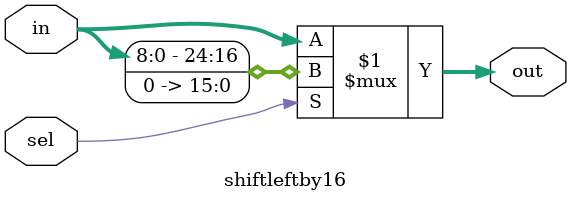
<source format=sv>

module shiftleft(out,in,sel);
output	[24:0]out;
input   [24:0]in;
input   [4:0]sel;

logic	[24:0]s4,s3,s2,s1;

shiftleftby16	stage4(s4,in,sel[4]);
shiftleftby8	stage3(s3,s4,sel[3]);
shiftleftby4	stage2(s2,s3,sel[2]);
shiftleftby2	stage1(s1,s2,sel[1]);
shiftleftby1	stage0(out,s1,sel[0]);

endmodule

module shiftleftby1(out,in,sel);
output	[24:0]out;
input   [24:0]in;
input   sel;

assign out = sel?{in[23:0],1'b0}:in;

endmodule

module shiftleftby2(out,in,sel);
output	[24:0]out;
input   [24:0]in;
input   sel;

assign out = sel?{in[22:0],2'b00}:in;

endmodule

module shiftleftby4(out,in,sel);
output	[24:0]out;
input   [24:0]in;
input   sel;

assign out = sel?{in[20:0],4'h0}:in;

endmodule

module shiftleftby8(out,in,sel);
output	[24:0]out;
input   [24:0]in;
input   sel;

assign out = sel?{in[16:0],8'h00}:in;

endmodule

module shiftleftby16(out,in,sel);
output	[24:0]out;
input   [24:0]in;
input   sel;

assign out = sel?{in[8:0],16'h0000}:in;

endmodule
</source>
